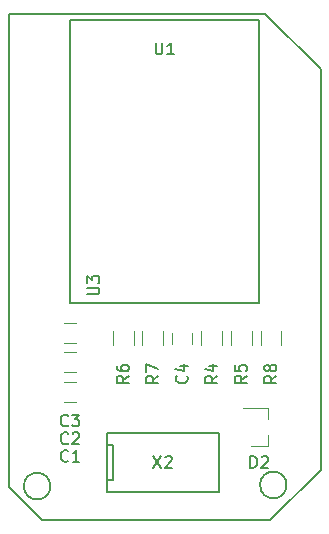
<source format=gbr>
G04 #@! TF.FileFunction,Legend,Top*
%FSLAX46Y46*%
G04 Gerber Fmt 4.6, Leading zero omitted, Abs format (unit mm)*
G04 Created by KiCad (PCBNEW 4.0.7-e2-6376~58~ubuntu16.04.1) date Thu Oct  4 00:19:24 2018*
%MOMM*%
%LPD*%
G01*
G04 APERTURE LIST*
%ADD10C,0.100000*%
%ADD11C,0.120000*%
%ADD12C,0.150000*%
G04 APERTURE END LIST*
D10*
D11*
X141000000Y-136150000D02*
X140000000Y-136150000D01*
X140000000Y-137850000D02*
X141000000Y-137850000D01*
X141000000Y-133650000D02*
X140000000Y-133650000D01*
X140000000Y-135350000D02*
X141000000Y-135350000D01*
X141000000Y-131150000D02*
X140000000Y-131150000D01*
X140000000Y-132850000D02*
X141000000Y-132850000D01*
X149150000Y-132000000D02*
X149150000Y-133000000D01*
X150850000Y-133000000D02*
X150850000Y-132000000D01*
X157260000Y-141580000D02*
X157260000Y-140650000D01*
X157260000Y-138420000D02*
X157260000Y-139350000D01*
X157260000Y-138420000D02*
X155100000Y-138420000D01*
X157260000Y-141580000D02*
X155800000Y-141580000D01*
X151620000Y-133050000D02*
X151620000Y-131850000D01*
X153380000Y-131850000D02*
X153380000Y-133050000D01*
X154120000Y-133050000D02*
X154120000Y-131850000D01*
X155880000Y-131850000D02*
X155880000Y-133050000D01*
X144120000Y-133050000D02*
X144120000Y-131850000D01*
X145880000Y-131850000D02*
X145880000Y-133050000D01*
X146620000Y-133050000D02*
X146620000Y-131850000D01*
X148380000Y-131850000D02*
X148380000Y-133050000D01*
X156620000Y-133050000D02*
X156620000Y-131850000D01*
X158380000Y-131850000D02*
X158380000Y-133050000D01*
D12*
X158826100Y-144903600D02*
G75*
G03X158826100Y-144903600I-1125000J0D01*
G01*
X138826100Y-145003600D02*
G75*
G03X138826100Y-145003600I-1125000J0D01*
G01*
X161701100Y-109670600D02*
X157034100Y-105003600D01*
X161701100Y-143603600D02*
X161701100Y-109670600D01*
X157401100Y-147903600D02*
X161701100Y-143603600D01*
X138101100Y-147903600D02*
X157401100Y-147903600D01*
X135301100Y-145103600D02*
X138101100Y-147903600D01*
X135301100Y-105003600D02*
X135301100Y-145103600D01*
X157034100Y-105003600D02*
X135301100Y-105003600D01*
X156501100Y-105500000D02*
X156501100Y-129500000D01*
X140501100Y-105500000D02*
X156501100Y-105500000D01*
X140501100Y-129500000D02*
X140501100Y-105500000D01*
X156501100Y-129500000D02*
X140501100Y-129500000D01*
X143615000Y-140500000D02*
X153115000Y-140500000D01*
X143615000Y-145500000D02*
X153115000Y-145500000D01*
X143615000Y-140500000D02*
X143615000Y-145500000D01*
X153115000Y-140500000D02*
X153115000Y-145500000D01*
X143615000Y-141500000D02*
X144115000Y-141500000D01*
X144115000Y-141500000D02*
X144115000Y-144500000D01*
X143615000Y-144500000D02*
X144115000Y-144500000D01*
X140333334Y-142857143D02*
X140285715Y-142904762D01*
X140142858Y-142952381D01*
X140047620Y-142952381D01*
X139904762Y-142904762D01*
X139809524Y-142809524D01*
X139761905Y-142714286D01*
X139714286Y-142523810D01*
X139714286Y-142380952D01*
X139761905Y-142190476D01*
X139809524Y-142095238D01*
X139904762Y-142000000D01*
X140047620Y-141952381D01*
X140142858Y-141952381D01*
X140285715Y-142000000D01*
X140333334Y-142047619D01*
X141285715Y-142952381D02*
X140714286Y-142952381D01*
X141000000Y-142952381D02*
X141000000Y-141952381D01*
X140904762Y-142095238D01*
X140809524Y-142190476D01*
X140714286Y-142238095D01*
X140333334Y-141357143D02*
X140285715Y-141404762D01*
X140142858Y-141452381D01*
X140047620Y-141452381D01*
X139904762Y-141404762D01*
X139809524Y-141309524D01*
X139761905Y-141214286D01*
X139714286Y-141023810D01*
X139714286Y-140880952D01*
X139761905Y-140690476D01*
X139809524Y-140595238D01*
X139904762Y-140500000D01*
X140047620Y-140452381D01*
X140142858Y-140452381D01*
X140285715Y-140500000D01*
X140333334Y-140547619D01*
X140714286Y-140547619D02*
X140761905Y-140500000D01*
X140857143Y-140452381D01*
X141095239Y-140452381D01*
X141190477Y-140500000D01*
X141238096Y-140547619D01*
X141285715Y-140642857D01*
X141285715Y-140738095D01*
X141238096Y-140880952D01*
X140666667Y-141452381D01*
X141285715Y-141452381D01*
X140333334Y-139857143D02*
X140285715Y-139904762D01*
X140142858Y-139952381D01*
X140047620Y-139952381D01*
X139904762Y-139904762D01*
X139809524Y-139809524D01*
X139761905Y-139714286D01*
X139714286Y-139523810D01*
X139714286Y-139380952D01*
X139761905Y-139190476D01*
X139809524Y-139095238D01*
X139904762Y-139000000D01*
X140047620Y-138952381D01*
X140142858Y-138952381D01*
X140285715Y-139000000D01*
X140333334Y-139047619D01*
X140666667Y-138952381D02*
X141285715Y-138952381D01*
X140952381Y-139333333D01*
X141095239Y-139333333D01*
X141190477Y-139380952D01*
X141238096Y-139428571D01*
X141285715Y-139523810D01*
X141285715Y-139761905D01*
X141238096Y-139857143D01*
X141190477Y-139904762D01*
X141095239Y-139952381D01*
X140809524Y-139952381D01*
X140714286Y-139904762D01*
X140666667Y-139857143D01*
X150357143Y-135666666D02*
X150404762Y-135714285D01*
X150452381Y-135857142D01*
X150452381Y-135952380D01*
X150404762Y-136095238D01*
X150309524Y-136190476D01*
X150214286Y-136238095D01*
X150023810Y-136285714D01*
X149880952Y-136285714D01*
X149690476Y-136238095D01*
X149595238Y-136190476D01*
X149500000Y-136095238D01*
X149452381Y-135952380D01*
X149452381Y-135857142D01*
X149500000Y-135714285D01*
X149547619Y-135666666D01*
X149785714Y-134809523D02*
X150452381Y-134809523D01*
X149404762Y-135047619D02*
X150119048Y-135285714D01*
X150119048Y-134666666D01*
X155761905Y-143452381D02*
X155761905Y-142452381D01*
X156000000Y-142452381D01*
X156142858Y-142500000D01*
X156238096Y-142595238D01*
X156285715Y-142690476D01*
X156333334Y-142880952D01*
X156333334Y-143023810D01*
X156285715Y-143214286D01*
X156238096Y-143309524D01*
X156142858Y-143404762D01*
X156000000Y-143452381D01*
X155761905Y-143452381D01*
X156714286Y-142547619D02*
X156761905Y-142500000D01*
X156857143Y-142452381D01*
X157095239Y-142452381D01*
X157190477Y-142500000D01*
X157238096Y-142547619D01*
X157285715Y-142642857D01*
X157285715Y-142738095D01*
X157238096Y-142880952D01*
X156666667Y-143452381D01*
X157285715Y-143452381D01*
X152952381Y-135666666D02*
X152476190Y-136000000D01*
X152952381Y-136238095D02*
X151952381Y-136238095D01*
X151952381Y-135857142D01*
X152000000Y-135761904D01*
X152047619Y-135714285D01*
X152142857Y-135666666D01*
X152285714Y-135666666D01*
X152380952Y-135714285D01*
X152428571Y-135761904D01*
X152476190Y-135857142D01*
X152476190Y-136238095D01*
X152285714Y-134809523D02*
X152952381Y-134809523D01*
X151904762Y-135047619D02*
X152619048Y-135285714D01*
X152619048Y-134666666D01*
X155452381Y-135666666D02*
X154976190Y-136000000D01*
X155452381Y-136238095D02*
X154452381Y-136238095D01*
X154452381Y-135857142D01*
X154500000Y-135761904D01*
X154547619Y-135714285D01*
X154642857Y-135666666D01*
X154785714Y-135666666D01*
X154880952Y-135714285D01*
X154928571Y-135761904D01*
X154976190Y-135857142D01*
X154976190Y-136238095D01*
X154452381Y-134761904D02*
X154452381Y-135238095D01*
X154928571Y-135285714D01*
X154880952Y-135238095D01*
X154833333Y-135142857D01*
X154833333Y-134904761D01*
X154880952Y-134809523D01*
X154928571Y-134761904D01*
X155023810Y-134714285D01*
X155261905Y-134714285D01*
X155357143Y-134761904D01*
X155404762Y-134809523D01*
X155452381Y-134904761D01*
X155452381Y-135142857D01*
X155404762Y-135238095D01*
X155357143Y-135285714D01*
X145452381Y-135666666D02*
X144976190Y-136000000D01*
X145452381Y-136238095D02*
X144452381Y-136238095D01*
X144452381Y-135857142D01*
X144500000Y-135761904D01*
X144547619Y-135714285D01*
X144642857Y-135666666D01*
X144785714Y-135666666D01*
X144880952Y-135714285D01*
X144928571Y-135761904D01*
X144976190Y-135857142D01*
X144976190Y-136238095D01*
X144452381Y-134809523D02*
X144452381Y-135000000D01*
X144500000Y-135095238D01*
X144547619Y-135142857D01*
X144690476Y-135238095D01*
X144880952Y-135285714D01*
X145261905Y-135285714D01*
X145357143Y-135238095D01*
X145404762Y-135190476D01*
X145452381Y-135095238D01*
X145452381Y-134904761D01*
X145404762Y-134809523D01*
X145357143Y-134761904D01*
X145261905Y-134714285D01*
X145023810Y-134714285D01*
X144928571Y-134761904D01*
X144880952Y-134809523D01*
X144833333Y-134904761D01*
X144833333Y-135095238D01*
X144880952Y-135190476D01*
X144928571Y-135238095D01*
X145023810Y-135285714D01*
X147952381Y-135666666D02*
X147476190Y-136000000D01*
X147952381Y-136238095D02*
X146952381Y-136238095D01*
X146952381Y-135857142D01*
X147000000Y-135761904D01*
X147047619Y-135714285D01*
X147142857Y-135666666D01*
X147285714Y-135666666D01*
X147380952Y-135714285D01*
X147428571Y-135761904D01*
X147476190Y-135857142D01*
X147476190Y-136238095D01*
X146952381Y-135333333D02*
X146952381Y-134666666D01*
X147952381Y-135095238D01*
X157952381Y-135666666D02*
X157476190Y-136000000D01*
X157952381Y-136238095D02*
X156952381Y-136238095D01*
X156952381Y-135857142D01*
X157000000Y-135761904D01*
X157047619Y-135714285D01*
X157142857Y-135666666D01*
X157285714Y-135666666D01*
X157380952Y-135714285D01*
X157428571Y-135761904D01*
X157476190Y-135857142D01*
X157476190Y-136238095D01*
X157380952Y-135095238D02*
X157333333Y-135190476D01*
X157285714Y-135238095D01*
X157190476Y-135285714D01*
X157142857Y-135285714D01*
X157047619Y-135238095D01*
X157000000Y-135190476D01*
X156952381Y-135095238D01*
X156952381Y-134904761D01*
X157000000Y-134809523D01*
X157047619Y-134761904D01*
X157142857Y-134714285D01*
X157190476Y-134714285D01*
X157285714Y-134761904D01*
X157333333Y-134809523D01*
X157380952Y-134904761D01*
X157380952Y-135095238D01*
X157428571Y-135190476D01*
X157476190Y-135238095D01*
X157571429Y-135285714D01*
X157761905Y-135285714D01*
X157857143Y-135238095D01*
X157904762Y-135190476D01*
X157952381Y-135095238D01*
X157952381Y-134904761D01*
X157904762Y-134809523D01*
X157857143Y-134761904D01*
X157761905Y-134714285D01*
X157571429Y-134714285D01*
X157476190Y-134761904D01*
X157428571Y-134809523D01*
X157380952Y-134904761D01*
X147739195Y-107455981D02*
X147739195Y-108265505D01*
X147786814Y-108360743D01*
X147834433Y-108408362D01*
X147929671Y-108455981D01*
X148120148Y-108455981D01*
X148215386Y-108408362D01*
X148263005Y-108360743D01*
X148310624Y-108265505D01*
X148310624Y-107455981D01*
X149310624Y-108455981D02*
X148739195Y-108455981D01*
X149024909Y-108455981D02*
X149024909Y-107455981D01*
X148929671Y-107598838D01*
X148834433Y-107694076D01*
X148739195Y-107741695D01*
X141953481Y-128761905D02*
X142763005Y-128761905D01*
X142858243Y-128714286D01*
X142905862Y-128666667D01*
X142953481Y-128571429D01*
X142953481Y-128380952D01*
X142905862Y-128285714D01*
X142858243Y-128238095D01*
X142763005Y-128190476D01*
X141953481Y-128190476D01*
X141953481Y-127809524D02*
X141953481Y-127190476D01*
X142334433Y-127523810D01*
X142334433Y-127380952D01*
X142382052Y-127285714D01*
X142429671Y-127238095D01*
X142524910Y-127190476D01*
X142763005Y-127190476D01*
X142858243Y-127238095D01*
X142905862Y-127285714D01*
X142953481Y-127380952D01*
X142953481Y-127666667D01*
X142905862Y-127761905D01*
X142858243Y-127809524D01*
X147555476Y-142452381D02*
X148222143Y-143452381D01*
X148222143Y-142452381D02*
X147555476Y-143452381D01*
X148555476Y-142547619D02*
X148603095Y-142500000D01*
X148698333Y-142452381D01*
X148936429Y-142452381D01*
X149031667Y-142500000D01*
X149079286Y-142547619D01*
X149126905Y-142642857D01*
X149126905Y-142738095D01*
X149079286Y-142880952D01*
X148507857Y-143452381D01*
X149126905Y-143452381D01*
M02*

</source>
